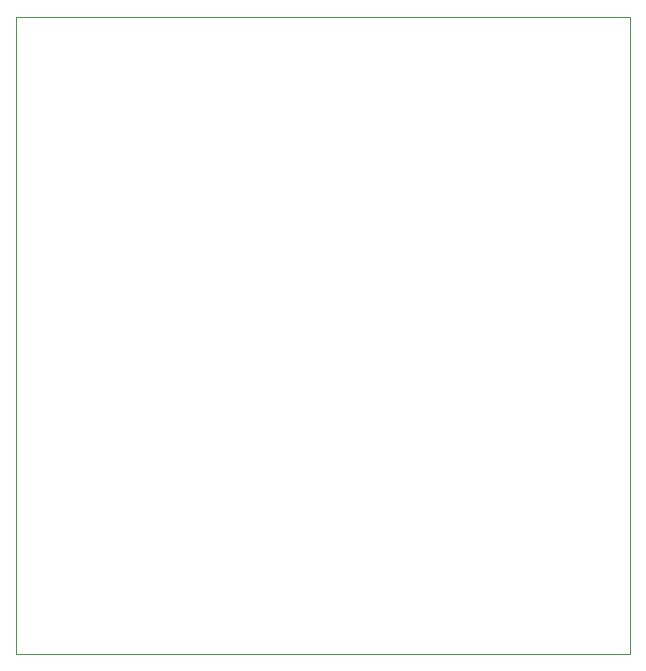
<source format=gbr>
%TF.GenerationSoftware,KiCad,Pcbnew,(6.0.5)*%
%TF.CreationDate,2022-07-19T14:12:40+01:00*%
%TF.ProjectId,PicoMIDIPack,5069636f-4d49-4444-9950-61636b2e6b69,rev?*%
%TF.SameCoordinates,Original*%
%TF.FileFunction,Profile,NP*%
%FSLAX46Y46*%
G04 Gerber Fmt 4.6, Leading zero omitted, Abs format (unit mm)*
G04 Created by KiCad (PCBNEW (6.0.5)) date 2022-07-19 14:12:40*
%MOMM*%
%LPD*%
G01*
G04 APERTURE LIST*
%TA.AperFunction,Profile*%
%ADD10C,0.100000*%
%TD*%
G04 APERTURE END LIST*
D10*
X39024000Y-67056000D02*
X91024000Y-67056000D01*
X91024000Y-67056000D02*
X91024000Y-121056000D01*
X91024000Y-121056000D02*
X39024000Y-121056000D01*
X39024000Y-121056000D02*
X39024000Y-67056000D01*
M02*

</source>
